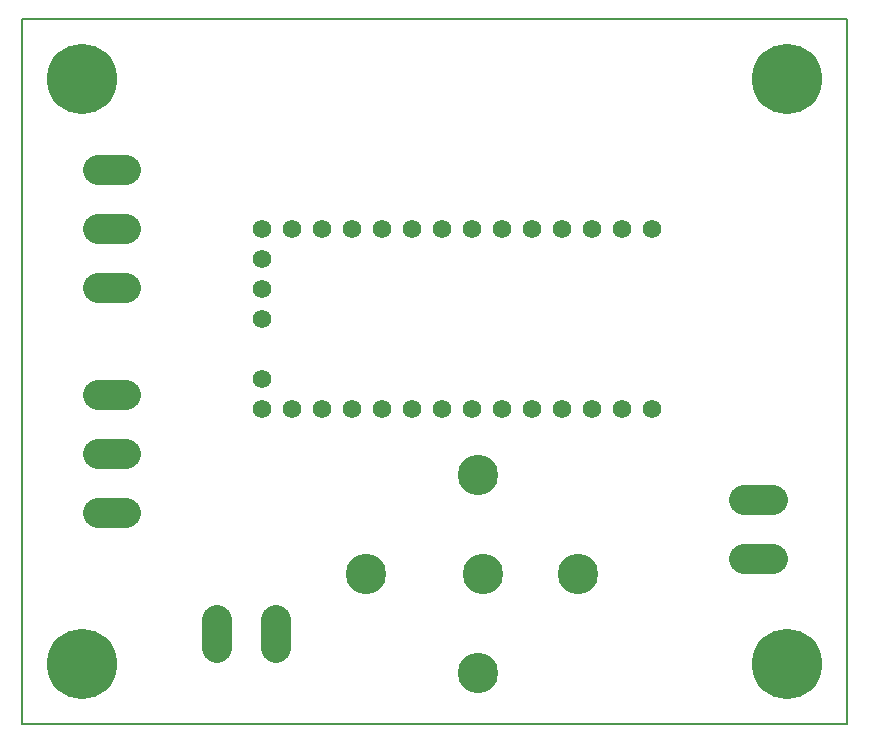
<source format=gbs>
G75*
%MOIN*%
%OFA0B0*%
%FSLAX25Y25*%
%IPPOS*%
%LPD*%
%AMOC8*
5,1,8,0,0,1.08239X$1,22.5*
%
%ADD10C,0.00800*%
%ADD11C,0.06200*%
%ADD12C,0.23400*%
%ADD13C,0.09849*%
%ADD14C,0.13455*%
D10*
X0001500Y0001500D02*
X0276500Y0001500D01*
X0276500Y0236500D01*
X0001500Y0236500D01*
X0001500Y0001500D01*
D11*
X0081500Y0106500D03*
X0091500Y0106500D03*
X0101500Y0106500D03*
X0111500Y0106500D03*
X0121500Y0106500D03*
X0131500Y0106500D03*
X0141500Y0106500D03*
X0151500Y0106500D03*
X0161500Y0106500D03*
X0171500Y0106500D03*
X0181500Y0106500D03*
X0191500Y0106500D03*
X0201500Y0106500D03*
X0211500Y0106500D03*
X0211500Y0166500D03*
X0201500Y0166500D03*
X0191500Y0166500D03*
X0181500Y0166500D03*
X0171500Y0166500D03*
X0161500Y0166500D03*
X0151500Y0166500D03*
X0141500Y0166500D03*
X0131500Y0166500D03*
X0121500Y0166500D03*
X0111500Y0166500D03*
X0101500Y0166500D03*
X0091500Y0166500D03*
X0081500Y0166500D03*
X0081500Y0156500D03*
X0081500Y0146500D03*
X0081500Y0136500D03*
X0081500Y0116500D03*
D12*
X0021500Y0021500D03*
X0021500Y0216500D03*
X0256500Y0216500D03*
X0256500Y0021500D03*
D13*
X0251724Y0056657D02*
X0242276Y0056657D01*
X0242276Y0076343D02*
X0251724Y0076343D01*
X0086343Y0036224D02*
X0086343Y0026776D01*
X0066657Y0026776D02*
X0066657Y0036224D01*
X0036224Y0071972D02*
X0026776Y0071972D01*
X0026776Y0091657D02*
X0036224Y0091657D01*
X0036224Y0111343D02*
X0026776Y0111343D01*
X0026776Y0146972D02*
X0036224Y0146972D01*
X0036224Y0166657D02*
X0026776Y0166657D01*
X0026776Y0186343D02*
X0036224Y0186343D01*
D14*
X0153665Y0084571D03*
X0155240Y0051500D03*
X0186736Y0051500D03*
X0153665Y0018429D03*
X0116264Y0051500D03*
M02*

</source>
